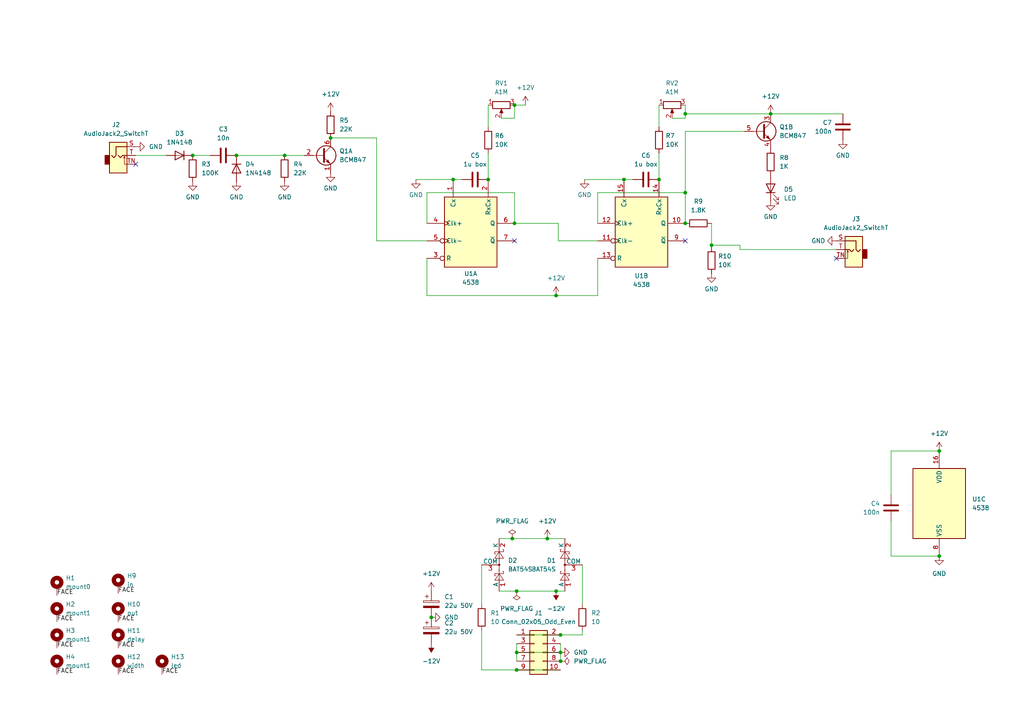
<source format=kicad_sch>
(kicad_sch (version 20230121) (generator eeschema)
  (paper "A4")
  (lib_symbols
    (symbol "4xxx:4538"
      (property "Reference" "U" (at 0 11.43 0))
      (property "Value" "4538" (at 0 -11.43 0))
      (symbol "4538_1_0"
        (pin input line (at -5.08 15.24 270) (length 5.08) (name "Cx") (number "1"))
        (pin input line (at 5.08 15.24 270) (length 5.08) (name "RxCx") (number "2"))
        (pin input inverted (at -12.7 -7.62 0) (length 5.08) (name "R") (number "3"))
        (pin input clock (at -12.7 2.54 0) (length 5.08) (name "Clk+") (number "4"))
        (pin input inverted_clock (at -12.7 -2.54 0) (length 5.08) (name "Clk-") (number "5"))
        (pin output line (at 12.7 2.54 180) (length 5.08) (name "Q") (number "6"))
        (pin output line (at 12.7 -2.54 180) (length 5.08) (name "~{Q}") (number "7"))
      )
      (symbol "4538_1_1"
        (rectangle (start -7.62 10.16) (end 7.62 -10.16) (stroke (width 0.254)) (fill (type background)))
      )
      (symbol "4538_2_0"
        (pin output line (at 12.7 2.54 180) (length 5.08) (name "Q") (number "10"))
        (pin input inverted_clock (at -12.7 -2.54 0) (length 5.08) (name "Clk-") (number "11"))
        (pin input clock (at -12.7 2.54 0) (length 5.08) (name "Clk+") (number "12"))
        (pin input inverted (at -12.7 -7.62 0) (length 5.08) (name "R") (number "13"))
        (pin input line (at 5.08 15.24 270) (length 5.08) (name "RxCx") (number "14"))
        (pin input line (at -5.08 15.24 270) (length 5.08) (name "Cx") (number "15"))
        (pin output line (at 12.7 -2.54 180) (length 5.08) (name "~{Q}") (number "9"))
      )
      (symbol "4538_2_1"
        (rectangle (start -7.62 10.16) (end 7.62 -10.16) (stroke (width 0.254)) (fill (type background)))
      )
      (symbol "4538_3_0"
        (pin power_in line (at 0 15.24 270) (length 5.08) (name "VDD") (number "16"))
        (pin power_in line (at 0 -15.24 90) (length 5.08) (name "VSS") (number "8"))
      )
      (symbol "4538_3_1"
        (rectangle (start -7.62 10.16) (end 7.62 -10.16) (stroke (width 0.254)) (fill (type background)))
      )
    )
    (symbol "Device:C" (pin_numbers hide) (pin_names (offset 0.254))
      (property "Reference" "C" (at 0.635 2.54 0))
      (property "Value" "C" (at 0.635 -2.54 0))
      (symbol "C_0_1"
        (polyline (pts (xy -2.032 -0.762) (xy 2.032 -0.762)) (stroke (width 0.508)))
        (polyline (pts (xy -2.032 0.762) (xy 2.032 0.762)) (stroke (width 0.508)))
      )
      (symbol "C_1_1"
        (pin passive line (at 0 3.81 270) (length 2.794) (name "~") (number "1"))
        (pin passive line (at 0 -3.81 90) (length 2.794) (name "~") (number "2"))
      )
    )
    (symbol "Device:C_Polarized" (pin_numbers hide) (pin_names (offset 0.254))
      (property "Reference" "C" (at 0.635 2.54 0))
      (property "Value" "C_Polarized" (at 0.635 -2.54 0))
      (symbol "C_Polarized_0_1"
        (rectangle (start -2.286 0.508) (end 2.286 1.016))
        (polyline (pts (xy -1.778 2.286) (xy -0.762 2.286)))
        (polyline (pts (xy -1.27 2.794) (xy -1.27 1.778)))
        (rectangle (start 2.286 -0.508) (end -2.286 -1.016) (fill (type outline)))
      )
      (symbol "C_Polarized_1_1"
        (pin passive line (at 0 3.81 270) (length 2.794) (name "~") (number "1"))
        (pin passive line (at 0 -3.81 90) (length 2.794) (name "~") (number "2"))
      )
    )
    (symbol "Device:D" (pin_numbers hide) (pin_names (offset 1.016) hide)
      (property "Reference" "D" (at 0 2.54 0))
      (property "Value" "D" (at 0 -2.54 0))
      (symbol "D_0_1"
        (polyline (pts (xy -1.27 1.27) (xy -1.27 -1.27)) (stroke (width 0.254)))
        (polyline (pts (xy 1.27 0) (xy -1.27 0)))
        (polyline (pts (xy 1.27 1.27) (xy 1.27 -1.27) (xy -1.27 0) (xy 1.27 1.27)) (stroke (width 0.254)))
      )
      (symbol "D_1_1"
        (pin passive line (at -3.81 0 0) (length 2.54) (name "K") (number "1"))
        (pin passive line (at 3.81 0 180) (length 2.54) (name "A") (number "2"))
      )
    )
    (symbol "Device:LED" (pin_numbers hide) (pin_names (offset 1.016) hide)
      (property "Reference" "D" (at 0 2.54 0))
      (property "Value" "LED" (at 0 -2.54 0))
      (symbol "LED_0_1"
        (polyline (pts (xy -1.27 -1.27) (xy -1.27 1.27)) (stroke (width 0.254)))
        (polyline (pts (xy -1.27 0) (xy 1.27 0)))
        (polyline (pts (xy 1.27 -1.27) (xy 1.27 1.27) (xy -1.27 0) (xy 1.27 -1.27)) (stroke (width 0.254)))
        (polyline (pts (xy -3.048 -0.762) (xy -4.572 -2.286) (xy -3.81 -2.286) (xy -4.572 -2.286) (xy -4.572 -1.524)))
        (polyline (pts (xy -1.778 -0.762) (xy -3.302 -2.286) (xy -2.54 -2.286) (xy -3.302 -2.286) (xy -3.302 -1.524)))
      )
      (symbol "LED_1_1"
        (pin passive line (at -3.81 0 0) (length 2.54) (name "K") (number "1"))
        (pin passive line (at 3.81 0 180) (length 2.54) (name "A") (number "2"))
      )
    )
    (symbol "Device:Q_Dual_NPN_NPN_E1B1C2E2B2C1" (pin_names (offset 0) hide)
      (property "Reference" "Q" (at 5.08 1.27 0))
      (property "Value" "Q_Dual_NPN_NPN_E1B1C2E2B2C1" (at 5.08 -1.27 0))
      (symbol "Q_Dual_NPN_NPN_E1B1C2E2B2C1_0_1"
        (polyline (pts (xy 0.635 0) (xy -2.54 0)))
        (polyline (pts (xy 0.635 0.635) (xy 2.54 2.54)))
        (polyline (pts (xy 0.635 -0.635) (xy 2.54 -2.54) (xy 2.54 -2.54)))
        (polyline (pts (xy 0.635 1.905) (xy 0.635 -1.905) (xy 0.635 -1.905)) (stroke (width 0.508)))
        (polyline (pts (xy 1.27 -1.778) (xy 1.778 -1.27) (xy 2.286 -2.286) (xy 1.27 -1.778) (xy 1.27 -1.778)) (fill (type outline)))
        (circle (center 1.27 0) (radius 2.8194) (stroke (width 0.254)))
      )
      (symbol "Q_Dual_NPN_NPN_E1B1C2E2B2C1_1_1"
        (pin passive line (at 2.54 -5.08 90) (length 2.54) (name "E1") (number "1"))
        (pin input line (at -5.08 0 0) (length 2.54) (name "B1") (number "2"))
        (pin passive line (at 2.54 5.08 270) (length 2.54) (name "C1") (number "6"))
      )
      (symbol "Q_Dual_NPN_NPN_E1B1C2E2B2C1_2_1"
        (pin passive line (at 2.54 5.08 270) (length 2.54) (name "C2") (number "3"))
        (pin passive line (at 2.54 -5.08 90) (length 2.54) (name "E2") (number "4"))
        (pin input line (at -5.08 0 0) (length 2.54) (name "B2") (number "5"))
      )
    )
    (symbol "Device:R" (pin_numbers hide) (pin_names (offset 0))
      (property "Reference" "R" (at 2.032 0 90))
      (property "Value" "R" (at 0 0 90))
      (symbol "R_0_1"
        (rectangle (start -1.016 -2.54) (end 1.016 2.54) (stroke (width 0.254)))
      )
      (symbol "R_1_1"
        (pin passive line (at 0 3.81 270) (length 1.27) (name "~") (number "1"))
        (pin passive line (at 0 -3.81 90) (length 1.27) (name "~") (number "2"))
      )
    )
    (symbol "Device:R_Potentiometer" (pin_names (offset 1.016) hide)
      (property "Reference" "RV" (at -4.445 0 90))
      (property "Value" "R_Potentiometer" (at -2.54 0 90))
      (symbol "R_Potentiometer_0_1"
        (polyline (pts (xy 2.54 0) (xy 1.524 0)))
        (polyline (pts (xy 1.143 0) (xy 2.286 0.508) (xy 2.286 -0.508) (xy 1.143 0)) (fill (type outline)))
        (rectangle (start 1.016 2.54) (end -1.016 -2.54) (stroke (width 0.254)))
      )
      (symbol "R_Potentiometer_1_1"
        (pin passive line (at 0 3.81 270) (length 1.27) (name "1") (number "1"))
        (pin passive line (at 3.81 0 180) (length 1.27) (name "2") (number "2"))
        (pin passive line (at 0 -3.81 90) (length 1.27) (name "3") (number "3"))
      )
    )
    (symbol "Eurorack:AudioJack2_SwitchT"
      (property "Reference" "J" (at 0 8.89 0))
      (property "Value" "AudioJack2_SwitchT" (at 0 6.35 0))
      (symbol "AudioJack2_SwitchT_0_1"
        (rectangle (start -2.54 0) (end -3.81 -2.54) (stroke (width 0.254)) (fill (type outline)))
        (rectangle (start -2.54 3.81) (end 2.54 -5.08) (stroke (width 0.254)) (fill (type background)))
        (polyline (pts (xy 1.778 -0.254) (xy 2.032 -0.762)))
        (polyline (pts (xy 0 0) (xy 0.635 -0.635) (xy 1.27 0) (xy 2.54 0)) (stroke (width 0.254)))
        (polyline (pts (xy 2.54 -2.54) (xy 1.778 -2.54) (xy 1.778 -0.254) (xy 1.524 -0.762)))
        (polyline (pts (xy 2.54 2.54) (xy -0.635 2.54) (xy -0.635 0) (xy -1.27 -0.635) (xy -1.905 0)) (stroke (width 0.254)))
      )
      (symbol "AudioJack2_SwitchT_1_1"
        (pin passive line (at 5.08 2.54 180) (length 2.54) (name "~") (number "S"))
        (pin passive line (at 5.08 0 180) (length 2.54) (name "~") (number "T"))
        (pin passive line (at 5.08 -2.54 180) (length 2.54) (name "~") (number "TN"))
      )
    )
    (symbol "Eurorack:BAT54S" (pin_names (offset 0))
      (property "Reference" "D" (at 2.54 -5.08 0))
      (property "Value" "BAT54S" (at -6.35 3.175 0))
      (symbol "BAT54S_0_1"
        (polyline (pts (xy -3.81 0) (xy -1.27 0)))
        (polyline (pts (xy -3.175 -1.27) (xy -3.175 -1.016)))
        (polyline (pts (xy -2.54 -1.27) (xy -3.175 -1.27)))
        (polyline (pts (xy -2.54 -1.27) (xy -2.54 1.27)))
        (polyline (pts (xy -2.54 1.27) (xy -1.905 1.27)))
        (polyline (pts (xy -1.905 0) (xy 1.905 0)))
        (polyline (pts (xy -1.905 1.27) (xy -1.905 1.016)))
        (polyline (pts (xy 1.27 0) (xy 3.81 0)))
        (polyline (pts (xy 3.175 -1.27) (xy 3.175 -1.016)))
        (polyline (pts (xy 3.81 -1.27) (xy 3.175 -1.27)))
        (polyline (pts (xy 3.81 -1.27) (xy 3.81 1.27)))
        (polyline (pts (xy 3.81 1.27) (xy 4.445 1.27)))
        (polyline (pts (xy 4.445 1.27) (xy 4.445 1.016)))
        (polyline (pts (xy -4.445 1.27) (xy -4.445 -1.27) (xy -2.54 0) (xy -4.445 1.27)))
        (polyline (pts (xy 1.905 1.27) (xy 1.905 -1.27) (xy 3.81 0) (xy 1.905 1.27)))
        (circle (center 0 0) (radius 0.254) (fill (type outline)))
      )
      (symbol "BAT54S_1_1"
        (pin passive line (at -7.62 0 0) (length 3.81) (name "A") (number "1"))
        (pin passive line (at 7.62 0 180) (length 3.81) (name "K") (number "2"))
        (pin passive line (at 0 -5.08 90) (length 5.08) (name "COM") (number "3"))
      )
    )
    (symbol "Eurorack:Conn_02x05_Odd_Even" (pin_names (offset 1.016) hide)
      (property "Reference" "J" (at 1.27 7.62 0))
      (property "Value" "Conn_02x05_Odd_Even" (at 1.27 -7.62 0))
      (symbol "Conn_02x05_Odd_Even_1_1"
        (rectangle (start -1.27 -4.953) (end 0 -5.207) (stroke (width 0.1524)))
        (rectangle (start -1.27 -2.413) (end 0 -2.667) (stroke (width 0.1524)))
        (rectangle (start -1.27 0.127) (end 0 -0.127) (stroke (width 0.1524)))
        (rectangle (start -1.27 2.667) (end 0 2.413) (stroke (width 0.1524)))
        (rectangle (start -1.27 5.207) (end 0 4.953) (stroke (width 0.1524)))
        (rectangle (start -1.27 6.35) (end 3.81 -6.35) (stroke (width 0.254)) (fill (type background)))
        (rectangle (start 3.81 -4.953) (end 2.54 -5.207) (stroke (width 0.1524)))
        (rectangle (start 3.81 -2.413) (end 2.54 -2.667) (stroke (width 0.1524)))
        (rectangle (start 3.81 0.127) (end 2.54 -0.127) (stroke (width 0.1524)))
        (rectangle (start 3.81 2.667) (end 2.54 2.413) (stroke (width 0.1524)))
        (rectangle (start 3.81 5.207) (end 2.54 4.953) (stroke (width 0.1524)))
        (pin passive line (at -5.08 5.08 0) (length 3.81) (name "Pin_1") (number "1"))
        (pin passive line (at 7.62 -5.08 180) (length 3.81) (name "Pin_10") (number "10"))
        (pin passive line (at 7.62 5.08 180) (length 3.81) (name "Pin_2") (number "2"))
        (pin passive line (at -5.08 2.54 0) (length 3.81) (name "Pin_3") (number "3"))
        (pin passive line (at 7.62 2.54 180) (length 3.81) (name "Pin_4") (number "4"))
        (pin passive line (at -5.08 0 0) (length 3.81) (name "Pin_5") (number "5"))
        (pin passive line (at 7.62 0 180) (length 3.81) (name "Pin_6") (number "6"))
        (pin passive line (at -5.08 -2.54 0) (length 3.81) (name "Pin_7") (number "7"))
        (pin passive line (at 7.62 -2.54 180) (length 3.81) (name "Pin_8") (number "8"))
        (pin passive line (at -5.08 -5.08 0) (length 3.81) (name "Pin_9") (number "9"))
      )
    )
    (symbol "Eurorack:MountingHole_Pad_Output" (pin_numbers hide) (pin_names (offset 1.016) hide) (in_bom no)
      (property "Reference" "H" (at 0 6.35 0))
      (property "Value" "MountingHole_Pad_Output" (at 0 4.445 0))
      (symbol "MountingHole_Pad_Output_0_1"
        (circle (center 0 1.27) (radius 1.27) (stroke (width 1.27)))
      )
      (symbol "MountingHole_Pad_Output_1_1"
        (pin output line (at 0 -2.54 90) (length 2.54) (name "1") (number "1"))
      )
    )
    (symbol "Mechanical:MountingHole_Pad" (pin_numbers hide) (pin_names (offset 1.016) hide)
      (property "Reference" "H" (at 0 6.35 0))
      (property "Value" "MountingHole_Pad" (at 0 4.445 0))
      (symbol "MountingHole_Pad_0_1"
        (circle (center 0 1.27) (radius 1.27) (stroke (width 1.27)))
      )
      (symbol "MountingHole_Pad_1_1"
        (pin input line (at 0 -2.54 90) (length 2.54) (name "1") (number "1"))
      )
    )
    (symbol "power:+12V" (power) (pin_names (offset 0))
      (property "Value" "+12V" (at 0 3.556 0))
      (symbol "+12V_0_1"
        (polyline (pts (xy -0.762 1.27) (xy 0 2.54)))
        (polyline (pts (xy 0 0) (xy 0 2.54)))
        (polyline (pts (xy 0 2.54) (xy 0.762 1.27)))
      )
      (symbol "+12V_1_1"
        (pin power_in line (at 0 0 90) (length 0) hide (name "+12V") (number "1"))
      )
    )
    (symbol "power:-12V" (power) (pin_names (offset 0))
      (property "Value" "-12V" (at 0 3.81 0))
      (symbol "-12V_0_0"
        (pin power_in line (at 0 0 90) (length 0) hide (name "-12V") (number "1"))
      )
      (symbol "-12V_0_1"
        (polyline (pts (xy 0 0) (xy 0 1.27) (xy 0.762 1.27) (xy 0 2.54) (xy -0.762 1.27) (xy 0 1.27)) (fill (type outline)))
      )
    )
    (symbol "power:GND" (power) (pin_names (offset 0))
      (property "Value" "GND" (at 0 -3.81 0))
      (symbol "GND_0_1"
        (polyline (pts (xy 0 0) (xy 0 -1.27) (xy 1.27 -1.27) (xy 0 -2.54) (xy -1.27 -1.27) (xy 0 -1.27)))
      )
      (symbol "GND_1_1"
        (pin power_in line (at 0 0 270) (length 0) hide (name "GND") (number "1"))
      )
    )
    (symbol "power:PWR_FLAG" (power) (pin_numbers hide) (pin_names (offset 0) hide)
      (property "Value" "PWR_FLAG" (at 0 3.81 0))
      (symbol "PWR_FLAG_0_0"
        (pin power_out line (at 0 0 90) (length 0) (name "pwr") (number "1"))
      )
      (symbol "PWR_FLAG_0_1"
        (polyline (pts (xy 0 0) (xy 0 1.27) (xy -1.016 1.905) (xy 0 2.54) (xy 1.016 1.905) (xy 0 1.27)))
      )
    )
  )
  (junction (at 149.86 171.45))
  (junction (at 82.55 45.085))
  (junction (at 272.415 161.29))
  (junction (at 95.885 40.005))
  (junction (at 149.86 194.31))
  (junction (at 148.59 156.21))
  (junction (at 149.225 64.77))
  (junction (at 161.29 85.725))
  (junction (at 198.755 33.02))
  (junction (at 162.56 191.77))
  (junction (at 198.755 55.88))
  (junction (at 149.86 189.23))
  (junction (at 55.88 45.085))
  (junction (at 161.29 171.45))
  (junction (at 125.095 179.07))
  (junction (at 149.225 30.48))
  (junction (at 68.58 45.085))
  (junction (at 191.135 52.07))
  (junction (at 198.755 64.77))
  (junction (at 180.975 52.07))
  (junction (at 158.75 156.21))
  (junction (at 131.445 52.07))
  (junction (at 272.415 130.81))
  (junction (at 223.52 33.02))
  (junction (at 162.56 184.15))
  (junction (at 162.56 189.23))
  (junction (at 206.375 71.12))
  (junction (at 141.605 52.07))
  (no_connect (at 198.755 69.85))
  (no_connect (at 242.57 74.93))
  (no_connect (at 39.37 47.625))
  (no_connect (at 149.225 69.85))
  (wire (pts (xy 123.825 85.725) (xy 161.29 85.725)))
  (wire (pts (xy 198.755 55.88) (xy 198.755 64.77)))
  (wire (pts (xy 144.78 156.21) (xy 148.59 156.21)))
  (wire (pts (xy 148.59 156.21) (xy 158.75 156.21)))
  (wire (pts (xy 169.545 52.07) (xy 180.975 52.07)))
  (wire (pts (xy 60.96 45.085) (xy 55.88 45.085)))
  (wire (pts (xy 109.22 69.85) (xy 109.22 40.005)))
  (wire (pts (xy 168.91 184.15) (xy 168.91 182.88)))
  (wire (pts (xy 206.375 71.755) (xy 206.375 71.12)))
  (wire (pts (xy 141.605 44.45) (xy 141.605 52.07)))
  (wire (pts (xy 149.86 189.23) (xy 162.56 189.23)))
  (wire (pts (xy 173.355 55.88) (xy 198.755 55.88)))
  (wire (pts (xy 198.755 34.29) (xy 198.755 33.02)))
  (wire (pts (xy 144.78 171.45) (xy 149.86 171.45)))
  (wire (pts (xy 191.135 30.48) (xy 191.135 36.83)))
  (wire (pts (xy 149.86 186.69) (xy 149.86 189.23)))
  (wire (pts (xy 173.355 64.77) (xy 173.355 55.88)))
  (wire (pts (xy 161.925 64.77) (xy 149.225 64.77)))
  (wire (pts (xy 109.22 40.005) (xy 95.885 40.005)))
  (wire (pts (xy 152.4 30.48) (xy 149.225 30.48)))
  (wire (pts (xy 48.26 45.085) (xy 39.37 45.085)))
  (wire (pts (xy 206.375 71.12) (xy 206.375 64.77)))
  (wire (pts (xy 120.65 52.07) (xy 131.445 52.07)))
  (wire (pts (xy 123.825 64.77) (xy 123.825 55.88)))
  (wire (pts (xy 214.63 72.39) (xy 214.63 71.12)))
  (wire (pts (xy 149.225 34.29) (xy 149.225 30.48)))
  (wire (pts (xy 191.135 44.45) (xy 191.135 52.07)))
  (wire (pts (xy 161.925 69.85) (xy 161.925 64.77)))
  (wire (pts (xy 198.755 33.02) (xy 223.52 33.02)))
  (wire (pts (xy 88.265 45.085) (xy 82.55 45.085)))
  (wire (pts (xy 198.755 33.02) (xy 198.755 30.48)))
  (wire (pts (xy 123.825 55.88) (xy 149.225 55.88)))
  (wire (pts (xy 162.56 189.23) (xy 162.56 191.77)))
  (wire (pts (xy 198.755 38.1) (xy 198.755 55.88)))
  (wire (pts (xy 149.86 184.15) (xy 162.56 184.15)))
  (wire (pts (xy 161.29 85.725) (xy 173.355 85.725)))
  (wire (pts (xy 242.57 72.39) (xy 214.63 72.39)))
  (wire (pts (xy 149.86 171.45) (xy 161.29 171.45)))
  (wire (pts (xy 145.415 34.29) (xy 149.225 34.29)))
  (wire (pts (xy 206.375 71.12) (xy 214.63 71.12)))
  (wire (pts (xy 162.56 186.69) (xy 162.56 189.23)))
  (wire (pts (xy 161.29 171.45) (xy 163.83 171.45)))
  (wire (pts (xy 258.445 151.13) (xy 258.445 161.29)))
  (wire (pts (xy 139.7 194.31) (xy 139.7 182.88)))
  (wire (pts (xy 173.355 85.725) (xy 173.355 74.93)))
  (wire (pts (xy 162.56 184.15) (xy 168.91 184.15)))
  (wire (pts (xy 149.86 194.31) (xy 139.7 194.31)))
  (wire (pts (xy 139.7 163.83) (xy 139.7 175.26)))
  (wire (pts (xy 123.825 69.85) (xy 109.22 69.85)))
  (wire (pts (xy 123.825 74.93) (xy 123.825 85.725)))
  (wire (pts (xy 215.9 38.1) (xy 198.755 38.1)))
  (wire (pts (xy 223.52 33.02) (xy 244.475 33.02)))
  (wire (pts (xy 258.445 161.29) (xy 272.415 161.29)))
  (wire (pts (xy 194.945 34.29) (xy 198.755 34.29)))
  (wire (pts (xy 173.355 69.85) (xy 161.925 69.85)))
  (wire (pts (xy 258.445 130.81) (xy 258.445 143.51)))
  (wire (pts (xy 162.56 194.31) (xy 149.86 194.31)))
  (wire (pts (xy 133.985 52.07) (xy 131.445 52.07)))
  (wire (pts (xy 141.605 30.48) (xy 141.605 36.83)))
  (wire (pts (xy 183.515 52.07) (xy 180.975 52.07)))
  (wire (pts (xy 149.86 189.23) (xy 149.86 191.77)))
  (wire (pts (xy 149.225 55.88) (xy 149.225 64.77)))
  (wire (pts (xy 168.91 163.83) (xy 168.91 175.26)))
  (wire (pts (xy 158.75 156.21) (xy 163.83 156.21)))
  (wire (pts (xy 82.55 45.085) (xy 68.58 45.085)))
  (wire (pts (xy 272.415 130.81) (xy 258.445 130.81)))
  (label "FACE" (at 16.51 195.58 0))
  (label "FACE" (at 34.29 180.34 0))
  (label "FACE" (at 16.51 172.72 0))
  (label "FACE" (at 16.51 187.96 0))
  (label "FACE" (at 46.99 195.58 0))
  (label "FACE" (at 34.29 172.085 0))
  (label "FACE" (at 34.29 195.58 0))
  (label "FACE" (at 16.51 180.34 0))
  (label "FACE" (at 34.29 187.96 0))
  (symbol (lib_id "Device:R") (at 55.88 48.895 0) (unit 1)
    (property "Reference" "R3" (at 58.42 47.625 0) (effects (justify left)))
    (property "Value" "100K" (at 58.42 50.165 0) (effects (justify left)))
    (property "Footprint" "Resistor_SMD:R_0805_2012Metric" (effects hide))
  )
  (symbol (lib_id "power:-12V") (at 161.29 171.45 180) (unit 1)
    (property "Reference" "#PWR05" (effects hide))
    (property "Value" "-12V" (at 161.29 176.53 0))
  )
  (symbol (lib_id "Device:R") (at 223.52 46.99 180) (unit 1)
    (property "Reference" "R8" (at 226.06 45.72 0) (effects (justify right)))
    (property "Value" "1K" (at 226.06 48.26 0) (effects (justify right)))
    (property "Footprint" "Resistor_SMD:R_0805_2012Metric" (effects hide))
  )
  (symbol (lib_id "Device:R") (at 191.135 40.64 180) (unit 1)
    (property "Reference" "R7" (at 193.04 39.37 0) (effects (justify right)))
    (property "Value" "10K" (at 193.04 41.91 0) (effects (justify right)))
    (property "Footprint" "Resistor_SMD:R_0805_2012Metric" (effects hide))
  )
  (symbol (lib_id "Device:D") (at 68.58 48.895 270) (unit 1)
    (property "Reference" "D4" (at 71.12 47.625 90) (effects (justify left)))
    (property "Value" "1N4148" (at 71.12 50.165 90) (effects (justify left)))
    (property "Footprint" "Diode_SMD:D_SOD-323_HandSoldering" (effects hide))
    (property "Sim.Device" "D" (effects hide))
    (property "Sim.Pins" "1=K 2=A" (effects hide))
  )
  (symbol (lib_id "Eurorack:AudioJack2_SwitchT") (at 34.29 45.085 0) (unit 1)
    (property "Reference" "J2" (at 33.655 36.195 0))
    (property "Value" "AudioJack2_SwitchT" (at 33.655 38.735 0))
    (property "Footprint" "Eurorack:AudioJack2_Tayda_A-2566" (effects hide))
    (property "Vendor" "Tayda" (effects hide))
    (property "PartNum" "A-2566" (effects hide))
  )
  (symbol (lib_id "Mechanical:MountingHole_Pad") (at 34.29 169.545 0) (unit 1) (in_bom no)
    (property "Reference" "H9" (at 36.83 167.005 0) (effects (justify left)))
    (property "Value" "in" (at 36.83 169.545 0) (effects (justify left)))
    (property "Footprint" "Eurorack:Mech-AudioJack-Hole-Input-Gate" (effects hide))
  )
  (symbol (lib_id "Device:Q_Dual_NPN_NPN_E1B1C2E2B2C1") (at 220.98 38.1 0) (unit 2)
    (property "Reference" "Q1" (at 226.06 36.83 0) (effects (justify left)))
    (property "Value" "BCM847" (at 226.06 39.37 0) (effects (justify left)))
    (property "Footprint" "Package_SO:TSOP-6_1.65x3.05mm_P0.95mm" (effects hide))
  )
  (symbol (lib_id "power:+12V") (at 95.885 32.385 0) (unit 1)
    (property "Reference" "#PWR012" (effects hide))
    (property "Value" "+12V" (at 95.885 27.305 0))
  )
  (symbol (lib_id "Device:R") (at 82.55 48.895 180) (unit 1)
    (property "Reference" "R4" (at 85.09 47.625 0) (effects (justify right)))
    (property "Value" "22K" (at 85.09 50.165 0) (effects (justify right)))
    (property "Footprint" "Resistor_SMD:R_0805_2012Metric" (effects hide))
  )
  (symbol (lib_id "4xxx:4538") (at 272.415 146.05 0) (unit 3)
    (property "Reference" "U1" (at 281.94 144.78 0) (effects (justify left)))
    (property "Value" "4538" (at 281.94 147.32 0) (effects (justify left)))
    (property "Footprint" "Package_SO:TSSOP-16_4.4x5mm_P0.65mm" (effects hide))
    (property "Datasheet" "https://assets.nexperia.com/documents/data-sheet/HEF4538B.pdf" (effects hide))
  )
  (symbol (lib_id "power:+12V") (at 152.4 30.48 0) (unit 1)
    (property "Reference" "#PWR018" (effects hide))
    (property "Value" "+12V" (at 152.4 25.4 0))
  )
  (symbol (lib_id "Device:C") (at 64.77 45.085 90) (unit 1)
    (property "Reference" "C3" (at 64.77 37.465 90))
    (property "Value" "10n" (at 64.77 40.005 90))
    (property "Footprint" "Capacitor_SMD:C_0805_2012Metric" (effects hide))
  )
  (symbol (lib_id "Device:R") (at 206.375 75.565 0) (unit 1)
    (property "Reference" "R10" (at 208.28 74.295 0) (effects (justify left)))
    (property "Value" "10K" (at 208.28 76.835 0) (effects (justify left)))
    (property "Footprint" "Resistor_SMD:R_0805_2012Metric" (effects hide))
  )
  (symbol (lib_id "Device:D") (at 52.07 45.085 180) (unit 1)
    (property "Reference" "D3" (at 52.07 38.735 0))
    (property "Value" "1N4148" (at 52.07 41.275 0))
    (property "Footprint" "Diode_SMD:D_SOD-323_HandSoldering" (effects hide))
    (property "Sim.Device" "D" (effects hide))
    (property "Sim.Pins" "1=K 2=A" (effects hide))
  )
  (symbol (lib_id "Eurorack:MountingHole_Pad_Output") (at 16.51 170.18 0) (unit 1) (in_bom no)
    (property "Reference" "H1" (at 19.05 167.64 0) (effects (justify left)))
    (property "Value" "mount0" (at 19.05 170.18 0) (effects (justify left)))
    (property "Footprint" "Eurorack:Mech-MountingHole" (effects hide))
  )
  (symbol (lib_id "Eurorack:BAT54S") (at 163.83 163.83 90) (unit 1)
    (property "Reference" "D1" (at 161.29 162.56 90) (effects (justify left)))
    (property "Value" "BAT54S" (at 161.29 165.1 90) (effects (justify left)))
    (property "Footprint" "Package_TO_SOT_SMD:SOT-23" (effects hide))
    (property "Datasheet" "https://www.diodes.com/assets/Datasheets/ds11005.pdf" (effects hide))
    (property "Vendor" "Mouser" (effects hide))
    (property "PartNum" "863-BAT54SLT1G" (effects hide))
  )
  (symbol (lib_id "power:GND") (at 39.37 42.545 90) (unit 1)
    (property "Reference" "#PWR07" (effects hide))
    (property "Value" "GND" (at 43.18 42.545 90) (effects (justify right)))
  )
  (symbol (lib_id "4xxx:4538") (at 186.055 67.31 0) (unit 2)
    (property "Reference" "U1" (at 186.055 80.01 0))
    (property "Value" "4538" (at 186.055 82.55 0))
    (property "Footprint" "Package_SO:TSSOP-16_4.4x5mm_P0.65mm" (effects hide))
    (property "Datasheet" "https://assets.nexperia.com/documents/data-sheet/HEF4538B.pdf" (effects hide))
  )
  (symbol (lib_id "Device:R_Potentiometer") (at 194.945 30.48 90) (mirror x) (unit 1)
    (property "Reference" "RV2" (at 194.945 24.13 90))
    (property "Value" "A1M" (at 194.945 26.67 90))
    (property "Footprint" "Eurorack:Potentiometer_RV16AF-41-15R1" (effects hide))
  )
  (symbol (lib_id "Device:R") (at 168.91 179.07 0) (unit 1)
    (property "Reference" "R2" (at 171.45 177.8 0) (effects (justify left)))
    (property "Value" "10" (at 171.45 180.34 0) (effects (justify left)))
    (property "Footprint" "Resistor_SMD:R_0805_2012Metric" (effects hide))
  )
  (symbol (lib_id "Mechanical:MountingHole_Pad") (at 34.29 177.8 0) (unit 1) (in_bom no)
    (property "Reference" "H10" (at 36.83 175.26 0) (effects (justify left)))
    (property "Value" "out" (at 36.83 177.8 0) (effects (justify left)))
    (property "Footprint" "Eurorack:Mech-AudioJack-Hole-Output-Gate" (effects hide))
  )
  (symbol (lib_id "Device:C") (at 244.475 36.83 0) (mirror y) (unit 1)
    (property "Reference" "C7" (at 241.3 35.56 0) (effects (justify left)))
    (property "Value" "100n" (at 241.3 38.1 0) (effects (justify left)))
    (property "Footprint" "Capacitor_SMD:C_0805_2012Metric" (effects hide))
  )
  (symbol (lib_id "Eurorack:BAT54S") (at 144.78 163.83 270) (mirror x) (unit 1)
    (property "Reference" "D2" (at 147.32 162.56 90) (effects (justify left)))
    (property "Value" "BAT54S" (at 147.32 165.1 90) (effects (justify left)))
    (property "Footprint" "Package_TO_SOT_SMD:SOT-23" (effects hide))
    (property "Datasheet" "https://www.diodes.com/assets/Datasheets/ds11005.pdf" (effects hide))
    (property "Vendor" "Mouser" (effects hide))
    (property "PartNum" "863-BAT54SLT1G" (effects hide))
  )
  (symbol (lib_id "Mechanical:MountingHole_Pad") (at 16.51 185.42 0) (unit 1) (in_bom no)
    (property "Reference" "H3" (at 19.05 182.88 0) (effects (justify left)))
    (property "Value" "mount1" (at 19.05 185.42 0) (effects (justify left)))
    (property "Footprint" "Eurorack:Mech-MountingHole" (effects hide))
  )
  (symbol (lib_id "power:PWR_FLAG") (at 148.59 156.21 0) (unit 1)
    (property "Reference" "#FLG03" (effects hide))
    (property "Value" "PWR_FLAG" (at 148.59 151.13 0))
  )
  (symbol (lib_id "power:GND") (at 95.885 50.165 0) (unit 1)
    (property "Reference" "#PWR011" (effects hide))
    (property "Value" "GND" (at 95.885 54.61 0))
  )
  (symbol (lib_id "power:GND") (at 272.415 161.29 0) (unit 1)
    (property "Reference" "#PWR015" (effects hide))
    (property "Value" "GND" (at 272.415 166.37 0))
  )
  (symbol (lib_id "power:PWR_FLAG") (at 162.56 191.77 270) (unit 1)
    (property "Reference" "#FLG01" (effects hide))
    (property "Value" "PWR_FLAG" (at 166.37 191.77 90) (effects (justify left)))
  )
  (symbol (lib_id "power:GND") (at 82.55 52.705 0) (unit 1)
    (property "Reference" "#PWR09" (effects hide))
    (property "Value" "GND" (at 82.55 57.15 0))
  )
  (symbol (lib_id "power:+12V") (at 272.415 130.81 0) (unit 1)
    (property "Reference" "#PWR014" (effects hide))
    (property "Value" "+12V" (at 272.415 125.73 0))
  )
  (symbol (lib_id "Device:Q_Dual_NPN_NPN_E1B1C2E2B2C1") (at 93.345 45.085 0) (unit 1)
    (property "Reference" "Q1" (at 98.425 43.815 0) (effects (justify left)))
    (property "Value" "BCM847" (at 98.425 46.355 0) (effects (justify left)))
    (property "Footprint" "Package_SO:TSOP-6_1.65x3.05mm_P0.95mm" (effects hide))
  )
  (symbol (lib_id "Mechanical:MountingHole_Pad") (at 34.29 193.04 0) (unit 1) (in_bom no)
    (property "Reference" "H12" (at 36.83 190.5 0) (effects (justify left)))
    (property "Value" "width" (at 36.83 193.04 0) (effects (justify left)))
    (property "Footprint" "Eurorack:Mech-Potentiometer-Hole_level_90deg" (effects hide))
  )
  (symbol (lib_id "Device:C") (at 137.795 52.07 90) (unit 1)
    (property "Reference" "C5" (at 137.795 45.085 90))
    (property "Value" "1u box" (at 137.795 47.625 90))
    (property "Footprint" "Capacitor_THT:C_Rect_L7.2mm_W5.5mm_P5.00mm_FKS2_FKP2_MKS2_MKP2" (effects hide))
  )
  (symbol (lib_id "Mechanical:MountingHole_Pad") (at 46.99 193.04 0) (unit 1) (in_bom no)
    (property "Reference" "H13" (at 49.53 190.5 0) (effects (justify left)))
    (property "Value" "led" (at 49.53 193.04 0) (effects (justify left)))
    (property "Footprint" "Eurorack:Mech-LED-Hole-3mm-Bezel" (effects hide))
  )
  (symbol (lib_id "Device:R_Potentiometer") (at 145.415 30.48 90) (mirror x) (unit 1)
    (property "Reference" "RV1" (at 145.415 24.13 90))
    (property "Value" "A1M" (at 145.415 26.67 90))
    (property "Footprint" "Eurorack:Potentiometer_RV16AF-41-15R1" (effects hide))
  )
  (symbol (lib_id "power:GND") (at 125.095 179.07 90) (unit 1)
    (property "Reference" "#PWR02" (effects hide))
    (property "Value" "GND" (at 128.905 179.07 90) (effects (justify right)))
  )
  (symbol (lib_id "power:GND") (at 120.65 52.07 0) (unit 1)
    (property "Reference" "#PWR016" (effects hide))
    (property "Value" "GND" (at 120.65 56.515 0))
  )
  (symbol (lib_id "power:PWR_FLAG") (at 149.86 171.45 180) (unit 1)
    (property "Reference" "#FLG02" (effects hide))
    (property "Value" "PWR_FLAG" (at 149.86 176.53 0))
  )
  (symbol (lib_id "Mechanical:MountingHole_Pad") (at 16.51 193.04 0) (unit 1) (in_bom no)
    (property "Reference" "H4" (at 19.05 190.5 0) (effects (justify left)))
    (property "Value" "mount1" (at 19.05 193.04 0) (effects (justify left)))
    (property "Footprint" "Eurorack:Mech-MountingHole" (effects hide))
  )
  (symbol (lib_id "Device:C_Polarized") (at 125.095 182.88 0) (unit 1)
    (property "Reference" "C2" (at 128.905 180.721 0) (effects (justify left)))
    (property "Value" "22u 50V" (at 128.905 183.261 0) (effects (justify left)))
    (property "Footprint" "Capacitor_THT:CP_Radial_D5.0mm_P2.50mm" (effects hide))
  )
  (symbol (lib_id "Eurorack:Conn_02x05_Odd_Even") (at 154.94 189.23 0) (unit 1)
    (property "Reference" "J1" (at 156.21 177.8 0))
    (property "Value" "Conn_02x05_Odd_Even" (at 156.21 180.34 0))
    (property "Footprint" "Eurorack:PinHeader_2x05_P2.54mm_Vertical" (effects hide))
    (property "Vendor" "Tayda" (effects hide))
    (property "PartNum" "A-2939" (effects hide))
  )
  (symbol (lib_id "Device:R") (at 202.565 64.77 270) (unit 1)
    (property "Reference" "R9" (at 202.565 58.42 90))
    (property "Value" "1.8K" (at 202.565 60.96 90))
    (property "Footprint" "Resistor_SMD:R_0805_2012Metric" (effects hide))
  )
  (symbol (lib_id "Device:R") (at 141.605 40.64 180) (unit 1)
    (property "Reference" "R6" (at 143.51 39.37 0) (effects (justify right)))
    (property "Value" "10K" (at 143.51 41.91 0) (effects (justify right)))
    (property "Footprint" "Resistor_SMD:R_0805_2012Metric" (effects hide))
  )
  (symbol (lib_id "power:GND") (at 223.52 58.42 0) (unit 1)
    (property "Reference" "#PWR020" (effects hide))
    (property "Value" "GND" (at 223.52 62.865 0))
  )
  (symbol (lib_id "power:GND") (at 169.545 52.07 0) (unit 1)
    (property "Reference" "#PWR017" (effects hide))
    (property "Value" "GND" (at 169.545 56.515 0))
  )
  (symbol (lib_id "Mechanical:MountingHole_Pad") (at 16.51 177.8 0) (unit 1) (in_bom no)
    (property "Reference" "H2" (at 19.05 175.26 0) (effects (justify left)))
    (property "Value" "mount1" (at 19.05 177.8 0) (effects (justify left)))
    (property "Footprint" "Eurorack:Mech-MountingHole" (effects hide))
  )
  (symbol (lib_id "Device:C") (at 258.445 147.32 0) (mirror y) (unit 1)
    (property "Reference" "C4" (at 255.27 146.05 0) (effects (justify left)))
    (property "Value" "100n" (at 255.27 148.59 0) (effects (justify left)))
    (property "Footprint" "Capacitor_SMD:C_0805_2012Metric" (effects hide))
  )
  (symbol (lib_id "4xxx:4538") (at 136.525 67.31 0) (unit 1)
    (property "Reference" "U1" (at 136.525 79.375 0))
    (property "Value" "4538" (at 136.525 81.915 0))
    (property "Footprint" "Package_SO:TSSOP-16_4.4x5mm_P0.65mm" (effects hide))
    (property "Datasheet" "https://assets.nexperia.com/documents/data-sheet/HEF4538B.pdf" (effects hide))
  )
  (symbol (lib_id "power:-12V") (at 125.095 186.69 180) (unit 1)
    (property "Reference" "#PWR06" (effects hide))
    (property "Value" "-12V" (at 125.095 191.77 0))
  )
  (symbol (lib_id "power:+12V") (at 223.52 33.02 0) (unit 1)
    (property "Reference" "#PWR023" (effects hide))
    (property "Value" "+12V" (at 223.52 27.94 0))
  )
  (symbol (lib_id "Device:C_Polarized") (at 125.095 175.26 0) (unit 1)
    (property "Reference" "C1" (at 128.905 173.101 0) (effects (justify left)))
    (property "Value" "22u 50V" (at 128.905 175.641 0) (effects (justify left)))
    (property "Footprint" "Capacitor_THT:CP_Radial_D5.0mm_P2.50mm" (effects hide))
  )
  (symbol (lib_id "Device:R") (at 139.7 179.07 0) (unit 1)
    (property "Reference" "R1" (at 142.24 177.8 0) (effects (justify left)))
    (property "Value" "10" (at 142.24 180.34 0) (effects (justify left)))
    (property "Footprint" "Resistor_SMD:R_0805_2012Metric" (effects hide))
  )
  (symbol (lib_id "Device:R") (at 95.885 36.195 180) (unit 1)
    (property "Reference" "R5" (at 98.425 34.925 0) (effects (justify right)))
    (property "Value" "22K" (at 98.425 37.465 0) (effects (justify right)))
    (property "Footprint" "Resistor_SMD:R_0805_2012Metric" (effects hide))
  )
  (symbol (lib_id "power:GND") (at 242.57 69.85 270) (unit 1)
    (property "Reference" "#PWR022" (effects hide))
    (property "Value" "GND" (at 239.395 69.85 90) (effects (justify right)))
  )
  (symbol (lib_id "power:GND") (at 162.56 189.23 90) (unit 1)
    (property "Reference" "#PWR01" (effects hide))
    (property "Value" "GND" (at 166.37 189.23 90) (effects (justify right)))
  )
  (symbol (lib_id "power:+12V") (at 125.095 171.45 0) (unit 1)
    (property "Reference" "#PWR04" (effects hide))
    (property "Value" "+12V" (at 125.095 166.37 0))
  )
  (symbol (lib_id "power:GND") (at 68.58 52.705 0) (unit 1)
    (property "Reference" "#PWR010" (effects hide))
    (property "Value" "GND" (at 68.58 57.15 0))
  )
  (symbol (lib_id "power:+12V") (at 161.29 85.725 0) (unit 1)
    (property "Reference" "#PWR013" (effects hide))
    (property "Value" "+12V" (at 161.29 80.645 0))
  )
  (symbol (lib_id "Mechanical:MountingHole_Pad") (at 34.29 185.42 0) (unit 1) (in_bom no)
    (property "Reference" "H11" (at 36.83 182.88 0) (effects (justify left)))
    (property "Value" "delay" (at 36.83 185.42 0) (effects (justify left)))
    (property "Footprint" "Eurorack:Mech-Potentiometer-Hole_level_90deg" (effects hide))
  )
  (symbol (lib_id "Device:LED") (at 223.52 54.61 90) (unit 1)
    (property "Reference" "D5" (at 227.33 54.9275 90) (effects (justify right)))
    (property "Value" "LED" (at 227.33 57.4675 90) (effects (justify right)))
    (property "Footprint" "LED_THT:LED_D3.0mm" (effects hide))
  )
  (symbol (lib_id "Eurorack:AudioJack2_SwitchT") (at 247.65 72.39 0) (mirror y) (unit 1)
    (property "Reference" "J3" (at 248.285 63.5 0))
    (property "Value" "AudioJack2_SwitchT" (at 248.285 66.04 0))
    (property "Footprint" "Eurorack:AudioJack2_Tayda_A-2566" (effects hide))
    (property "Vendor" "Tayda" (effects hide))
    (property "PartNum" "A-2566" (effects hide))
  )
  (symbol (lib_id "power:GND") (at 206.375 79.375 0) (unit 1)
    (property "Reference" "#PWR021" (effects hide))
    (property "Value" "GND" (at 206.375 83.82 0))
  )
  (symbol (lib_id "power:GND") (at 55.88 52.705 0) (unit 1)
    (property "Reference" "#PWR08" (effects hide))
    (property "Value" "GND" (at 55.88 57.15 0))
  )
  (symbol (lib_id "power:+12V") (at 158.75 156.21 0) (unit 1)
    (property "Reference" "#PWR03" (effects hide))
    (property "Value" "+12V" (at 158.75 151.13 0))
  )
  (symbol (lib_id "power:GND") (at 244.475 40.64 0) (unit 1)
    (property "Reference" "#PWR019" (effects hide))
    (property "Value" "GND" (at 244.475 45.085 0))
  )
  (symbol (lib_id "Device:C") (at 187.325 52.07 90) (unit 1)
    (property "Reference" "C6" (at 187.325 45.085 90))
    (property "Value" "1u box" (at 187.325 47.625 90))
    (property "Footprint" "Capacitor_THT:C_Rect_L7.2mm_W5.5mm_P5.00mm_FKS2_FKP2_MKS2_MKP2" (effects hide))
  )
)
</source>
